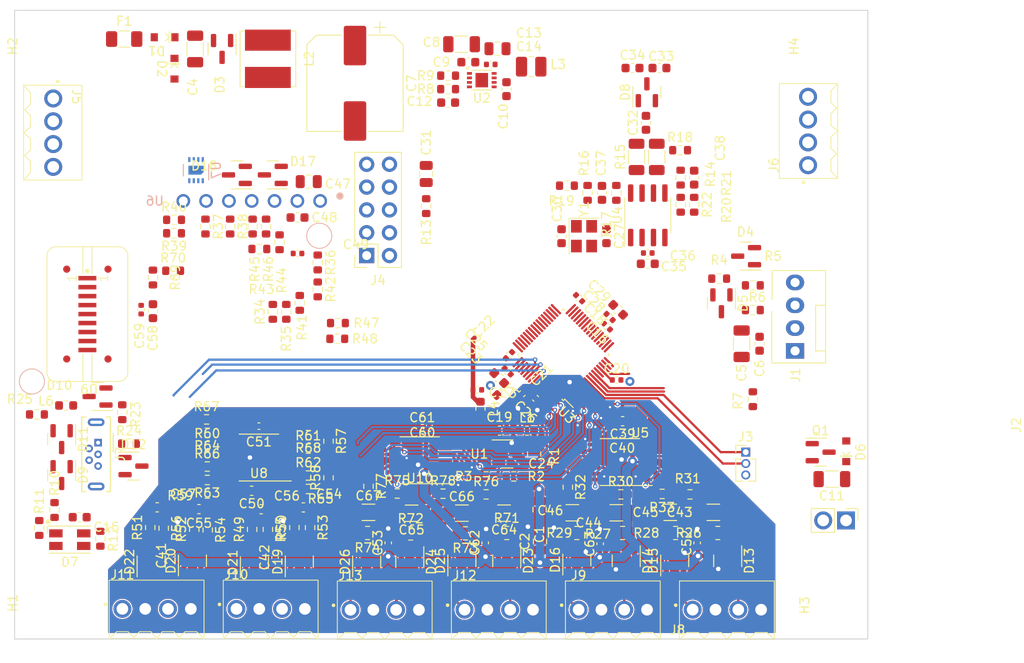
<source format=kicad_pcb>
(kicad_pcb (version 20211014) (generator pcbnew)
  (layers (0 "F.Cu" signal) (1 "In1.Cu" signal) (2 "In2.Cu" signal) (31 "B.Cu" signal) (34 "B.Paste" user) (35 "F.Paste" user) (36 "B.SilkS" user "B.Silkscreen") (37 "F.SilkS" user "F.Silkscreen") (38 "B.Mask" user) (39 "F.Mask" user) (44 "Edge.Cuts" user))
  (net 0 "")
  (net 1 "+1V8")
  (net 2 "GNDA")
  (net 3 "VBUS")
  (net 4 "GND")
  (net 5 "Net-(C7-Pad1)")
  (net 6 "Net-(C10-Pad1)")
  (net 7 "+3V3")
  (net 8 "Net-(C12-Pad2)")
  (net 9 "+3.3VA")
  (net 10 "Net-(C28-Pad1)")
  (net 11 "/MCU/nRESET")
  (net 12 "/CANbus/SPLIT")
  (net 13 "/CANbus/CAN_L{slash}GRN")
  (net 14 "/CANbus/CAN_H{slash}YEL")
  (net 15 "Net-(D1-Pad2)")
  (net 16 "/Power/V_USB")
  (net 17 "/MCU/FAN_PWM_CTRL")
  (net 18 "/MCU/FAN_TACH")
  (net 19 "Net-(D6-Pad2)")
  (net 20 "/MCU/USB_OTG_ID")
  (net 21 "/MCU/USB_VBUS")
  (net 22 "Net-(D11-Pad1)")
  (net 23 "Net-(D12-Pad1)")
  (net 24 "Net-(D17-Pad1)")
  (net 27 "Net-(D18-Pad1)")
  (net 30 "Net-(D19-Pad1)")
  (net 31 "Net-(D20-Pad1)")
  (net 32 "Net-(D21-Pad1)")
  (net 33 "Net-(D22-Pad1)")
  (net 34 "/CANbus/V+{slash}RED")
  (net 35 "Net-(J1-Pad3)")
  (net 36 "Net-(J1-Pad4)")
  (net 37 "Net-(J3-Pad1)")
  (net 38 "Net-(J3-Pad2)")
  (net 41 "/MCU/ICE_DAT")
  (net 43 "/MCU/ICE_CLK")
  (net 44 "/MCU/UART0_TX")
  (net 45 "/MCU/UART0_RX")
  (net 46 "Net-(J7-Pad6)")
  (net 47 "Net-(L1-Pad2)")
  (net 48 "Net-(L3-Pad1)")
  (net 49 "Net-(Q1-Pad1)")
  (net 50 "Net-(R2-Pad2)")
  (net 51 "/MCU/POWER_OUT")
  (net 52 "Net-(R10-Pad1)")
  (net 53 "Net-(R11-Pad1)")
  (net 54 "Net-(R12-Pad1)")
  (net 55 "/CANbus/CAN_PIN8")
  (net 56 "/CANbus/CAN_PIN5")
  (net 57 "/MCU/USB_D+")
  (net 58 "/MCU/USB_D-")
  (net 59 "Net-(R30-Pad1)")
  (net 60 "Net-(R31-Pad1)")
  (net 61 "Net-(R32-Pad1)")
  (net 62 "Net-(R33-Pad1)")
  (net 63 "Net-(R34-Pad2)")
  (net 64 "Net-(R36-Pad2)")
  (net 65 "Net-(R37-Pad1)")
  (net 66 "/MCU/CO2_PWM")
  (net 67 "Net-(R38-Pad1)")
  (net 68 "/MCU/CO2_RDY")
  (net 69 "Net-(R39-Pad2)")
  (net 70 "Net-(R41-Pad1)")
  (net 71 "/MCU/HUMIDITY_ALERT")
  (net 72 "/MCU/PERIPHERAL_RESET")
  (net 73 "/MCU/I2C_SCL")
  (net 74 "/MCU/I2C_SDA")
  (net 75 "Net-(R57-Pad2)")
  (net 76 "Net-(R58-Pad2)")
  (net 77 "Net-(R59-Pad2)")
  (net 78 "Net-(R60-Pad2)")
  (net 87 "/CANbus/CAN_TX")
  (net 88 "/CANbus/CAN_RX")
  (net 89 "/MCU/SCREEN_SS")
  (net 90 "/MCU/SCREEN_CLK")
  (net 91 "/MCU/SCREEN_COMMAND{slash}DATA")
  (net 92 "/MCU/SCREEN_MOSI")
  (net 97 "Net-(D7-Pad2)")
  (net 98 "Net-(D7-Pad3)")
  (net 99 "Net-(D7-Pad4)")
  (net 100 "/ADC0")
  (net 101 "/ADC9")
  (net 102 "/ADC10")
  (net 103 "/ADC11")
  (net 104 "/ADC8")
  (net 105 "/ADC6")
  (net 106 "/ADC5")
  (net 107 "/ADC4")
  (net 108 "/ADC3")
  (net 109 "/ADC2")
  (net 110 "/ADC1")
  (net 111 "/ADC7")
  (net 112 "Net-(C23-Pad2)")
  (net 113 "Net-(C27-Pad2)")
  (net 114 "Net-(C30-Pad1)")
  (net 115 "Net-(C37-Pad1)")
  (net 116 "Net-(C38-Pad1)")
  (net 117 "Net-(C43-Pad1)")
  (net 118 "Net-(C44-Pad1)")
  (net 119 "Net-(C45-Pad1)")
  (net 120 "Net-(C46-Pad1)")
  (net 121 "Net-(C54-Pad1)")
  (net 122 "Net-(C55-Pad1)")
  (net 123 "Net-(C56-Pad1)")
  (net 124 "Net-(C57-Pad1)")
  (net 125 "Net-(C64-Pad1)")
  (net 126 "Net-(C65-Pad1)")
  (net 127 "Net-(C66-Pad1)")
  (net 128 "Net-(C67-Pad1)")
  (net 129 "Net-(R61-Pad2)")
  (net 130 "Net-(R62-Pad2)")
  (net 131 "Net-(R63-Pad2)")
  (net 132 "Net-(R64-Pad2)")
  (net 133 "Net-(R69-Pad2)")
  (net 134 "Net-(R75-Pad1)")
  (net 135 "Net-(R76-Pad1)")
  (net 136 "Net-(R77-Pad1)")
  (net 137 "Net-(R78-Pad1)")
  (footprint "Capacitor_SMD:C_1206_3216Metric" (layer "F.Cu") (at 93 75.9)
    (fp_text reference "C45")
    (fp_text value "47 uF")
  )
  (footprint "Resistor_SMD:R_0603_1608Metric" (layer "F.Cu") (at 56 54.825)
    (fp_text reference "R47")
    (fp_text value "1.1 kΩ")
  )
  (footprint "Capacitor_SMD:C_1206_3216Metric" (layer "F.Cu") (at 59.4 75.9)
    (fp_text reference "C67")
    (fp_text value "47 uF")
  )
  (footprint "Resistor_SMD:R_0603_1608Metric" (layer "F.Cu") (at 62.6 73.8)
    (fp_text reference "R75")
    (fp_text value "100 Ω")
  )
  (footprint "Capacitor_SMD:C_0402_1005Metric" (layer "F.Cu") (at 71.52 62.26)
    (fp_text reference "C17")
    (fp_text value "100 nF")
  )
  (footprint "Resistor_SMD:R_0603_1608Metric" (layer "F.Cu") (at 41.45 73.8 180)
    (fp_text reference "R59")
    (fp_text value "1 kΩ")
  )
  (footprint "Resistor_SMD:R_0603_1608Metric" (layer "F.Cu") (at 95.2 73.9)
    (fp_text reference "R31")
    (fp_text value "100 Ω")
  )
  (footprint "Resistor_SMD:R_0603_1608Metric" (layer "F.Cu") (at 52.7 67.3 180)
    (fp_text reference "R68")
    (fp_text value "47 kΩ")
  )
  (footprint "Connector_PinHeader_1.27mm:PinHeader_1x03_P1.27mm_Vertical" (layer "F.Cu") (at 101.41 69.195)
    (fp_text reference "J3")
    (fp_text value "Conn_01x03")
  )
  (footprint "Capacitor_SMD:C_0402_1005Metric" (layer "F.Cu") (at 61.6 79.3 90)
    (fp_text reference "C53")
    (fp_text value "100 nF")
  )
  (footprint "Resistor_SMD:R_0603_1608Metric" (layer "F.Cu") (at 65.83 41.8 90)
    (fp_text reference "R13")
    (fp_text value "10 kΩ")
  )
  (footprint "Capacitor_SMD:C_0402_1005Metric" (layer "F.Cu") (at 65.4 66.8 180)
    (fp_text reference "C61")
    (fp_text value "100 nF")
  )
  (footprint "Resistor_SMD:R_0603_1608Metric" (layer "F.Cu") (at 59.4 73 -90)
    (fp_text reference "R77")
    (fp_text value "100 Ω")
  )
  (footprint "Capacitor_SMD:CP_Elec_10x10.5" (layer "F.Cu") (at 57.9 28.125 -90)
    (fp_text reference "C7")
    (fp_text value "220 uF")
  )
  (footprint "Package_TO_SOT_SMD:SOT-23" (layer "F.Cu") (at 59.2 81.4 90)
    (fp_text reference "D26")
    (fp_text value "CM1213A-01SO")
  )
  (footprint "Resistor_SMD:R_0603_1608Metric" (layer "F.Cu") (at 48.2 77.8 -90)
    (fp_text reference "R55")
    (fp_text value "Ω")
  )
  (footprint "Resistor_SMD:R_0603_1608Metric" (layer "F.Cu") (at 102.2 50.625)
    (fp_text reference "R5")
    (fp_text value "10 kΩ")
  )
  (footprint "Capacitor_SMD:C_0402_1005Metric" (layer "F.Cu") (at 96 79.3 90)
    (fp_text reference "C52")
    (fp_text value "100 nF")
  )
  (footprint "Capacitor_SMD:C_0603_1608Metric" (layer "F.Cu") (at 102.95 57.125 -90)
    (fp_text reference "C6")
    (fp_text value "100 nF")
  )
  (footprint "Resistor_SMD:R_1206_3216Metric" (layer "F.Cu") (at 91.5 36.325 90)
    (fp_text reference "R14")
    (fp_text value "59Ω-62Ω")
  )
  (footprint "Package_TO_SOT_SMD:SOT-23" (layer "F.Cu") (at 88.1 81.3 -90)
    (fp_text reference "D14")
    (fp_text value "CM1213A-01SO")
  )
  (footprint "Package_TO_SOT_SMD:SOT-23" (layer "F.Cu") (at 48.75 38.325 180)
    (fp_text reference "D17")
    (fp_text value "CM1213A-01SO")
  )
  (footprint "Capacitor_SMD:C_0805_2012Metric" (layer "F.Cu") (at 73.7675 24.275 180)
    (fp_text reference "C13")
    (fp_text value "10 uF")
  )
  (footprint "MountingHole:MountingHole_3.2mm_M3" (layer "F.Cu") (at 111 24 90)
    (fp_text reference "H4")
    (fp_text value "MountingHole")
  )
  (footprint "Resistor_SMD:R_0603_1608Metric" (layer "F.Cu") (at 54.95 72.05 90)
    (fp_text reference "R58")
    (fp_text value "1 kΩ")
  )
  (footprint "Capacitor_SMD:C_0603_1608Metric" (layer "F.Cu") (at 74 66.8 180)
    (fp_text reference "C19")
    (fp_text value "1 uF")
  )
  (footprint "Package_TO_SOT_SMD:SOT-23" (layer "F.Cu") (at 44.75 38.325 180)
    (fp_text reference "D18")
    (fp_text value "CM1213A-01SO")
  )
  (footprint "Fuse:Fuse_1206_3216Metric" (layer "F.Cu") (at 32.2 23.2 180)
    (fp_text reference "F1")
    (fp_text value "PPTC, 50-500mA, 60V")
  )
  (footprint "Package_TO_SOT_SMD:SOT-23" (layer "F.Cu") (at 74.8 81.3 -90)
    (fp_text reference "D23")
    (fp_text value "CM1213A-01SO")
  )
  (footprint "Capacitor_SMD:C_0603_1608Metric" (layer "F.Cu") (at 90.5 48.225 180)
    (fp_text reference "C35")
    (fp_text value "1 uF")
  )
  (footprint "Capacitor_SMD:C_1206_3216Metric" (layer "F.Cu") (at 64.2 76.0016 180)
    (fp_text reference "C65")
    (fp_text value "47 uF")
  )
  (footprint "Connector_PinHeader_2.54mm:PinHeader_1x02_P2.54mm_Vertical" (layer "F.Cu") (at 112.575 76.8 -90)
    (fp_text reference "J2")
    (fp_text value "Conn_01x02")
  )
  (footprint "CAN-Acquisition-Module:OSTVN04A150" (layer "F.Cu") (at 108.35 33.43929 90)
    (fp_text reference "J6")
    (fp_text value "OSTVN04A150")
  )
  (footprint "Capacitor_SMD:C_0603_1608Metric" (layer "F.Cu") (at 52.15 75.35)
    (fp_text reference "C54")
    (fp_text value "1 uF")
  )
  (footprint "Capacitor_SMD:C_0603_1608Metric" (layer "F.Cu") (at 95.665 38.63 90)
    (fp_text reference "C38")
    (fp_text value "F")
  )
  (footprint "Capacitor_SMD:C_0402_1005Metric" (layer "F.Cu") (at 72.4 79.3 90)
    (fp_text reference "C62")
    (fp_text value "100 nF")
  )
  (footprint "Capacitor_SMD:C_0603_1608Metric" (layer "F.Cu") (at 35.875 75.34)
    (fp_text reference "C57")
    (fp_text value "1 uF")
  )
  (footprint "Capacitor_SMD:C_0402_1005Metric" (layer "F.Cu") (at 87.03 61.16)
    (fp_text reference "C20")
    (fp_text value "100 nF")
  )
  (footprint "Capacitor_SMD:C_0805_2012Metric" (layer "F.Cu") (at 78.45 75.6 -90)
    (fp_text reference "C1")
    (fp_text value "10 uF")
  )
  (footprint "CAN-Acquisition-Module:Toshiba_USC" (layer "F.Cu") (at 36.7 23 180)
    (fp_text reference "D1")
    (fp_text value "CUS05S40")
  )
  (footprint "Capacitor_SMD:C_0603_1608Metric" (layer "F.Cu") (at 35.4 53.5 -90)
    (fp_text reference "C58")
    (fp_text value "1 uF")
  )
  (footprint "Capacitor_SMD:C_0603_1608Metric" (layer "F.Cu") (at 85.4 40.325 -90)
    (fp_text reference "C37")
    (fp_text value "F")
  )
  (footprint "Package_TO_SOT_SMD:SOT-23" (layer "F.Cu") (at 25.235 71.75 -90)
    (fp_text reference "D9")
    (fp_text value "CM1213A-01SO")
  )
  (footprint "CAN-Acquisition-Module:Ablic_HSTN-8-A" (layer "F.Cu") (at 72.0175 27.775)
    (fp_text reference "U2")
    (fp_text value "S-8581AA")
  )
  (footprint "Capacitor_SMD:C_0402_1005Metric" (layer "F.Cu") (at 49 80.92 90)
    (fp_text reference "C42")
    (fp_text value "100 nF")
  )
  (footprint "Inductor_SMD:L_0603_1608Metric" (layer "F.Cu") (at 74.25 63.4 -45)
    (fp_text reference "L5")
    (fp_text value "Ferrite")
  )
  (footprint "Package_TO_SOT_SMD:SOT-23" (layer "F.Cu") (at 46.7 81.5 90)
    (fp_text reference "D21")
    (fp_text value "CM1213A-01SO")
  )
  (footprint "Package_TO_SOT_SMD:SOT-23" (layer "F.Cu") (at 33.235 70.75)
    (fp_text reference "D12")
    (fp_text value "CM1213A-01SO")
  )
  (footprint "Package_TO_SOT_SMD:SOT-23" (layer "F.Cu") (at 43.1 24.3 -90)
    (fp_text reference "D3")
    (fp_text value "PESD2CAN")
  )
  (footprint "Package_TO_SOT_SMD:SOT-23" (layer "F.Cu") (at 82.6 81.2 90)
    (fp_text reference "D16")
    (fp_text value "CM1213A-01SO")
  )
  (footprint "Resistor_SMD:R_0603_1608Metric" (layer "F.Cu") (at 67.7 73.8226)
    (fp_text reference "R78")
    (fp_text value "100 Ω")
  )
  (footprint "MountingHole:MountingHole_3.2mm_M3" (layer "F.Cu") (at 111 86 90)
    (fp_text reference "H3")
    (fp_text value "MountingHole")
  )
  (footprint "Capacitor_SMD:C_0402_1005Metric" (layer "F.Cu") (at 76.5 62.7 -135)
    (fp_text reference "C21")
    (fp_text value "100 nF")
  )
  (footprint "Capacitor_SMD:C_0402_1005Metric" (layer "F.Cu") (at 85.2 79.4 90)
    (fp_text reference "C63")
    (fp_text value "100 nF")
  )
  (footprint "Capacitor_SMD:C_0603_1608Metric" (layer "F.Cu") (at 90.3 32.525 90)
    (fp_text reference "C32")
    (fp_text value "10 nF")
  )
  (footprint "Resistor_SMD:R_0603_1608Metric" (layer "F.Cu") (at 55.925 56.575)
    (fp_text reference "R48")
    (fp_text value "1.1 kΩ")
  )
  (footprint "Resistor_SMD:R_0603_1608Metric" (layer "F.Cu") (at 54.95 67.975 -90)
    (fp_text reference "R57")
    (fp_text value "1 kΩ")
  )
  (footprint "Resistor_SMD:R_0603_1608Metric" (layer "F.Cu") (at 46.45 77.8 90)
    (fp_text reference "R49")
    (fp_text value "10 kΩ")
  )
  (footprint "Inductor_SMD:L_0603_1608Metric" (layer "F.Cu") (at 25.735 64)
    (fp_text reference "L6")
    (fp_text value "Ferrite")
  )
  (footprint "Package_TO_SOT_SMD:SOT-23" (layer "F.Cu") (at 98.7 52.625 -90)
    (fp_text reference "D5")
    (fp_text value "CM1213A-01SO")
  )
  (footprint "Resistor_SMD:R_0603_1608Metric" (layer "F.Cu") (at 52.7 73.3 180)
    (fp_text reference "R65")
    (fp_text value "47 kΩ")
  )
  (footprint "Resistor_SMD:R_0603_1608Metric" (layer "F.Cu") (at 24.445 75.64 -90)
    (fp_text reference "R10")
    (fp_text value "300 Ω")
  )
  (footprint "Capacitor_SMD:C_0402_1005Metric" (layer "F.Cu") (at 87.65 67 180)
    (fp_text reference "C40")
    (fp_text value "100 nF")
  )
  (footprint "Capacitor_SMD:C_0603_1608Metric" (layer "F.Cu") (at 91.8 26.425 180)
    (fp_text reference "C33")
    (fp_text value "47 pF")
  )
  (footprint "Capacitor_SMD:C_0805_2012Metric" (layer "F.Cu") (at 78.5 79.15 90)
    (fp_text reference "C2")
    (fp_text value "10 uF")
  )
  (footprint "MountingHole:MountingHole_3.2mm_M3" (layer "F.Cu") (at 24 86 90)
    (fp_text reference "H1")
    (fp_text value "MountingHole")
  )
  (footprint "Package_TO_SOT_SMD:SOT-23" (layer "F.Cu") (at 29.235 63 180)
    (fp_text reference "D10")
    (fp_text value "CM1213A-01SO")
  )
  (footprint "CAN-Acquisition-Module:OSTVN04A150" (layer "F.Cu") (at 24.3 33.625 -90)
    (fp_text reference "J5")
    (fp_text value "OSTVN04A150")
  )
  (footprint "Resistor_SMD:R_0603_1608Metric" (layer "F.Cu") (at 31.985 64.75 90)
    (fp_text reference "R23")
    (fp_text value "10 kΩ")
  )
  (footprint "Capacitor_SMD:C_0402_1005Metric" (layer "F.Cu") (at 90.5 47.025 180)
    (fp_text reference "C36")
    (fp_text value "100 nF")
  )
  (footprint "Resistor_SMD:R_0603_1608Metric" (layer "F.Cu") (at 52.7 71.8)
    (fp_text reference "R62")
    (fp_text value "2 kΩ")
  )
  (footprint "Capacitor_SMD:C_0402_1005Metric" (layer "F.Cu") (at 74.9 60.2 -45)
    (fp_text reference "C25")
    (fp_text value "100 nF")
  )
  (footprint "Capacitor_SMD:C_0603_1608Metric" (layer "F.Cu") (at 74.7675 28.775 90)
    (fp_text reference "C10")
    (fp_text value "1 uF")
  )
  (footprint "CAN-Acquisition-Module:OSTVN04A150" (layer "F.Cu") (at 86.61 86.74)
    (fp_text reference "J9")
    (fp_text value "OSTVN04A150")
  )
  (footprint "Package_TO_SOT_SMD:SOT-23" (layer "F.Cu") (at 64 81.4 -90)
    (fp_text reference "D24")
    (fp_text value "CM1213A-01SO")
  )
  (footprint "Resistor_SMD:R_0603_1608Metric" (layer "F.Cu") (at 37.65 49)
    (fp_text reference "R70")
    (fp_text value "Ω")
  )
  (footprint "Resistor_SMD:R_0603_1608Metric" (layer "F.Cu") (at 95.665 41.65 -90)
    (fp_text reference "R22")
    (fp_text value "1 kΩ")
  )
  (footprint "CAN-Acquisition-Module:OSTVN04A150" (layer "F.Cu") (at 48.51 86.65)
    (fp_text reference "J10")
    (fp_text value "OSTVN04A150")
  )
  (footprint "Resistor_SMD:R_0603_1608Metric" (layer "F.Cu") (at 41.25 44.075 -90)
    (fp_text reference "R37")
    (fp_text value "Ω")
  )
  (footprint "CAN-Acquisition-Module:LED_RGB_Wuerth-PLCC4_3.2x2.8mm_150141M173100" (layer "F.Cu") (at 26.145 78.94)
    (fp_text reference "D7")
    (fp_text value "LED_ABRG")
  )
  (footprint "Package_SO:TSSOP-14_4.4x5mm_P0.65mm" (layer "F.Cu") (at 65.1 70.1 180)
    (fp_text reference "U10")
    (fp_text value "BD12734FVJ-E2")
  )
  (footprint "Capacitor_SMD:C_0603_1608Metric" (layer "F.Cu") (at 70.5175 25.775)
    (fp_text reference "C9")
    (fp_text value "100 nF")
  )
  (footprint "Resistor_SMD:R_0603_1608Metric" (layer "F.Cu") (at 102.2 53.375)
    (fp_text reference "R6")
    (fp_text value "10 kΩ")
  )
  (footprint "Resistor_SMD:R_0805_2012Metric" (layer "F.Cu") (at 77.85 69.4 90)
    (fp_text reference "R1")
    (fp_text value "100 Ω")
  )
  (footprint "Capacitor_SMD:C_0603_1608Metric" (layer "F.Cu") (at 88.8 26.425)
    (fp_text reference "C34")
    (fp_text value "47 pF")
  )
  (footprint "Resistor_SMD:R_0805_2012Metric" (layer "F.Cu") (at 64.1 78.2516)
    (fp_text reference "R72")
    (fp_text value "6.2 kΩ")
  )
  (footprint "Package_SO:TSSOP-14_4.4x5mm_P0.65mm" (layer "F.Cu") (at 87.4 70.3 180)
    (fp_text reference "U5")
    (fp_text value "BD12734FVJ-E2")
  )
  (footprint "Capacitor_SMD:C_0805_2012Metric" (layer "F.Cu") (at 52.75 39.075 180)
    (fp_text reference "C47")
    (fp_text value "10 uF")
  )
  (footprint "Resistor_SMD:R_0805_2012Metric" (layer "F.Cu") (at 74.8 78.2)
    (fp_text reference "R71")
    (fp_text value "6.2 kΩ")
  )
  (footprint "Resistor_SMD:R_0603_1608Metric" (layer "F.Cu") (at 102.2 63.3 -90)
    (fp_text reference "R7")
    (fp_text value "10 kΩ")
  )
  (footprint "Capacitor_SMD:C_0603_1608Metric" (layer "F.Cu") (at 73.95 60.95 -45)
    (fp_text reference "C23")
    (fp_text value "1 uF")
  )
  (footprint "Connector_PinSocket_2.54mm:PinSocket_2x05_P2.54mm_Vertical" (layer "F.Cu") (at 59.2 47.305 180)
    (fp_text reference "J4")
    (fp_text value "Conn_02x05_Odd_Even")
  )
  (footprint "Capacitor_SMD:C_0402_1005Metric" (layer "F.Cu") (at 73.0175 26.025 180)
    (fp_text reference "C14")
    (fp_text value "100 nF")
  )
  (footprint "Package_TO_SOT_SMD:SOT-23" (layer "F.Cu") (at 90.4 29.125 90)
    (fp_text reference "D8")
    (fp_text value "PESD2CAN")
  )
  (footprint "Package_SO:SOIC-8_3.9x4.9mm_P1.27mm" (layer "F.Cu") (at 90.5 42.825 90)
    (fp_text reference "U4")
    (fp_text value "SN65HVD234")
  )
  (footprint "CAN-Acquisition-Module:OSTVN04A150" (layer "F.Cu") (at 99.31 86.74)
    (fp_text reference "J8")
    (fp_text value "OSTVN04A150")
  )
  (footprint "Resistor_SMD:R_0603_1608Metric" (layer "F.Cu") (at 41.45 68.55)
    (fp_text reference "R60")
    (fp_text value "1 kΩ")
  )
  (footprint "Resistor_SMD:R_0603_1608Metric" (layer "F.Cu") (at 41.375 65.55)
    (fp_text reference "R67")
    (fp_text value "47 kΩ")
  )
  (footprint "Resistor_SMD:R_0603_1608Metric" (layer "F.Cu") (at 81.5 39.525 180)
    (fp_text reference "R19")
    (fp_text value "Ω")
  )
  (footprint "Resistor_SMD:R_0603_1608Metric" (layer "F.Cu") (at 47.25 46.575)
    (fp_text reference "R43")
    (fp_text value "Ω")
  )
  (footprint "CAN-Acquisition-Module:GCT-USB3131-30-0230-A" (layer "F.Cu") (at 29.295 68.14 -90)
    (fp_text reference "J7")
    (fp_text value "USB_B_Micro")
  )
  (footprint "Capacitor_SMD:C_1206_3216Metric" (layer "F.Cu") (at 87 75.95 180)
    (fp_text reference "C44")
    (fp_text value "47 uF")
  )
  (footprint "Inductor_SMD:L_1008_2520Metric" (layer "F.Cu") (at 77.5175 26.275)
    (fp_text reference "L3")
    (fp_text value "4.7 uH")
  )
  (footprint "Package_TO_SOT_SMD:SOT-23" (layer "F.Cu") (at 74.85 69.4)
    (fp_text reference "U1")
    (fp_text value "TL431DBZ")
  )
  (footprint "Inductor_SMD:L_0603_1608Metric" (layer "F.Cu") (at 77.05 66.8)
    (fp_text reference "L1")
    (fp_text value "Ferrite")
  )
  (footprint "Capacitor_SMD:C_1206_3216Metric" (layer "F.Cu") (at 40.1 24.3 -90)
    (fp_text reference "C4")
    (fp_text value "4.7 uF")
  )
  (footprint "Capacitor_SMD:C_0402_1005Metric" (layer "F.Cu") (at 78 63.2 -45)
    (fp_text reference "C26")
    (fp_text value "100 nF")
  )
  (footprint "Capacitor_SMD:C_1206_3216Metric" (layer "F.Cu") (at 82.1 75.95)
    (fp_text reference "C46")
    (fp_text value "47 uF")
  )
  (footprint "Resistor_SMD:R_0805_2012Metric" (layer "F.Cu") (at 82.6 78.2 180)
    (fp_text reference "R29")
    (fp_text value "6.2 kΩ")
  )
  (footprint "Resistor_SMD:R_0603_1608Metric" (layer "F.Cu") (at 81.6 73.1 -90)
    (fp_text reference "R32")
    (fp_text value "100 Ω")
  )
  (footprint "Connector:FanPinHeader_1x04_P2.54mm_Vertical" (layer "F.Cu") (at 106.9 57.925 90)
    (fp_text reference "J1")
    (fp_text value "Conn_01x04")
  )
  (footprint "CAN-Acquisition-Module:ERC13232FN-1" (layer "F.Cu") (at 28.6 61.325 90)
    (fp_text reference "U9")
    (fp_text value "ERC13232FN-1")
  )
  (footprint "Resistor_SMD:R_0603_1608Metric" (layer "F.Cu") (at 75.575 71.9 180)
    (fp_text reference "R2")
    (fp_text value "6.8 kΩ")
  )
  (footprint "Resistor_SMD:R_0603_1608Metric" (layer "F.Cu") (at 46.5 44.075 90)
    (fp_text reference "R45")
    (fp_text value "0 Ω")
  )
  (footprint "Resistor_SMD:R_0805_2012Metric" (layer "F.Cu") (at 98.3 78.2)
    (fp_text reference "R26")
    (fp_text value "6.2 kΩ")
  )
  (footprint "Resistor_SMD:R_0603_1608Metric" (layer "F.Cu") (at 72.5 71.9 180)
    (fp_text reference "R3")
    (fp_text value "15 kΩ")
  )
  (footprint "Resistor_SMD:R_0603_1608Metric" (layer "F.Cu") (at 92.1 73.85 180)
    (fp_text reference "R33")
    (fp_text value "100 Ω")
  )
  (footprint "Resistor_SMD:R_0603_1608Metric" (layer "F.Cu") (at 87.5 73.9)
    (fp_text reference "R30")
    (fp_text value "100 Ω")
  )
  (footprint "Capacitor_SMD:C_0603_1608Metric" (layer "F.Cu") (at 80.9 45.15 -90)
    (fp_text reference "C30")
    (fp_text value "20 pF")
  )
  (footprint "Resistor_SMD:R_0603_1608Metric" (layer "F.Cu") (at 32.735 68.25)
    (fp_text reference "R24")
    (fp_text value "27 Ω")
  )
  (footprint "Resistor_SMD:R_0603_1608Metric" (layer "F.Cu") (at 72.5 73.9)
    (fp_text reference "R76")
    (fp_text value "100 Ω")
  )
  (footprint "Package_TO_SOT_SMD:SOT-23" (layer "F.Cu") (at 35.2 81.4 90)
    (fp_text reference "D22")
    (fp_text value "CM1213A-01SO")
  )
  (footprint "Resistor_SMD:R_0603_1608Metric" (layer "F.Cu") (at 53.75 51.075 -90)
    (fp_text reference "R42")
    (fp_text value "Ω")
  )
  (footprint "Resistor_SMD:R_0603_1608Metric" (layer "F.Cu") (at 51.75 52.575 -90)
    (fp_text reference "R41")
    (fp_text value "Ω")
  )
  (footprint "Resistor_SMD:R_0603_1608Metric" (layer "F.Cu") (at 48.75 53.575 90)
    (fp_text reference "R34")
    (fp_text value "Ω")
  )
  (footprint "Resistor_SMD:R_0603_1608Metric" (layer "F.Cu") (at 41.45 72.3 180)
    (fp_text reference "R63")
    (fp_text value "2 kΩ")
  )
  (footprint "Package_SO:TSSOP-14_4.4x5mm_P0.65mm" (layer "F.Cu") (at 47.2 69.8 180)
    (fp_text reference "U8")
    (fp_text value "OPA4317IPWR")
  )
  (footprint "CAN-Acquisition-Module:OSTVN04A150" (layer "F.Cu") (at 73.91 86.74)
    (fp_text reference "J12")
    (fp_text value "OSTVN04A150")
  )
  (footprint "Package_TO_SOT_SMD:SOT-23" (layer "F.Cu") (at 99.4 81.3 -90)
    (fp_text reference "D13")
    (fp_text value "CM1213A-01SO")
  )
  (footprint "Resistor_SMD:R_0603_1608Metric" (layer "F.Cu") (at 83.8 40.325 90)
    (fp_text reference "R16")
    (fp_text value "Ω")
  )
  (footprint "MountingHole:MountingHole_3.2mm_M3" (layer "F.Cu") (at 24 24 90)
    (fp_text reference "H2")
    (fp_text value "MountingHole")
  )
  (footprint "Capacitor_SMD:C_0402_1005Metric" (layer "F.Cu") (at 51.5 47.075 180)
    (fp_text reference "C49")
    (fp_text value "100 nF")
  )
  (footprint "Capacitor_SMD:C_1206_3216Metric" (layer "F.Cu") (at 111 72.2 180)
    (fp_text reference "C11")
    (fp_text value "4.7 uF")
  )
  (footprint "Capacitor_SMD:C_0402_1005Metric" (layer "F.Cu") (at 86.25 54.15 -45)
    (fp_text reference "C28")
    (fp_text value "100 nF")
  )
  (footprint "Resistor_SMD:R_0603_1608Metric" (layer "F.Cu") (at 52.7 68.8)
    (fp_text reference "R61")
    (fp_text value "2 kΩ")
  )
  (footprint "Package_TO_SOT_SMD:SOT-23" (layer "F.Cu") (at 101.45 47.375 180)
    (fp_text reference "D4")
    (fp_text value "CM1213A-01SO")
  )
  (footprint "Resistor_SMD:R_0603_1608Metric" (layer "F.Cu") (at 41.45 67.05 180)
    (fp_text reference "R64")
    (fp_text value "2 kΩ")
  )
  (footprint "Capacitor_SMD:C_0402_1005Metric" (layer "F.Cu") (at 75.05 58.4 -135)
    (fp_text reference "C22")
    (fp_text value "100 nF")
  )
  (footprint "Capacitor_SMD:C_0603_1608Metric" (layer "F.Cu") (at 65.4 65.6 180)
    (fp_text reference "C60")
    (fp_text value "1 uF")
  )
  (footprint "Capacitor_SMD:C_1206_3216Metric" (layer "F.Cu") (at 74.5 75.99 180)
    (fp_text reference "C64")
    (fp_text value "47 uF")
  )
  (footprint "Resistor_SMD:R_0603_1608Metric" (layer "F.Cu") (at 41.45 70.8)
    (fp_text reference "R66")
    (fp_text value "47 kΩ")
  )
  (footprint "CAN-Acquisition-Module:OSTVN04A150" (layer "F.Cu") (at 61.21 86.7516)
    (fp_text reference "J13")
    (fp_text value "OSTVN04A150")
  )
  (footprint "Resistor_SMD:R_0603_1608Metric" (layer "F.Cu") (at 41.5 77.865 -90)
    (fp_text reference "R54")
    (fp_text value "Ω")
  )
  (footprint "Resistor_SMD:R_0603_1608Metric" (layer "F.Cu") (at 35.4 49.75 90)
    (fp_text reference "R69")
    (fp_text value "10 kΩ")
  )
  (footprint "Capacitor_SMD:C_0603_1608Metric" (layer "F.Cu") (at 46.4 73.5 180)
    (fp_text reference "C50")
    (fp_text value "1 uF")
  )
  (footprint "Resistor_SMD:R_0603_1608Metric" (layer "F.Cu") (at 29.545 78.84 -90)
    (fp_text reference "R12")
    (fp_text value "120 Ω")
  )
  (footprint "Resistor_SMD:R_0603_1608Metric" (layer "F.Cu") (at 22.745 77.64 -90)
    (fp_text reference "R11")
    (fp_text value "120 Ω")
  )
  (footprint "Resistor_SMD:R_0603_1608Metric" (layer "F.Cu") (at 94.165 41.65 90)
    (fp_text reference "R20")
    (fp_text value "Ω")
  )
  (footprint "Capacitor_SMD:C_0603_1608Metric" (layer "F.Cu") (at 47.45 75.55)
    (fp_text reference "C56")
    (fp_text value "1 uF")
  )
  (footprint "Resistor_SMD:R_0603_1608Metric" (layer "F.Cu") (at 50.25 53.575 -90)
    (fp_text reference "R35")
    (fp_text value "0 Ω")
  )
  (footprint "Resistor_SMD:R_0603_1608Metric" (layer "F.Cu") (at 53.75 48.075 -90)
    (fp_text reference "R36")
    (fp_text value "10 kΩ")
  )
  (footprint "Resistor_SMD:R_0603_1608Metric" (layer "F.Cu") (at 94.1 35.575)
    (fp_text reference "R18")
    (fp_text value "Ω")
  )
  (footprint "Capacitor_SMD:C_0603_1608Metric" (layer "F.Cu") (at 51.5 43.075 180)
    (fp_text reference "C48")
    (fp_text value "1 uF")
  )
  (footprint "Resistor_SMD:R_0603_1608Metric" (layer "F.Cu") (at 48 44.075 90)
    (fp_text reference "R46")
    (fp_text value "Ω")
  )
  (footprint "Package_TO_SOT_SMD:SOT-23" (layer "F.Cu") (at 109.75 69.2)
    (fp_text reference "Q1")
    (fp_text value "SI2318A")
  )
  (footprint "Capacitor_SMD:C_1206_3216Metric" (layer "F.Cu") (at 69.8 75.99)
    (fp_text reference "C66")
    (fp_text value "47 uF")
  )
  (footprint "Resistor_SMD:R_0603_1608Metric" (layer "F.Cu") (at 87 40.325 -90)
    (fp_text reference "R17")
    (fp_text value "22 kΩ")
  )
  (footprint "Resistor_SMD:R_0603_1608Metric" (layer "F.Cu") (at 22.485 65 180)
    (fp_text reference "R25")
    (fp_text value "27 Ω")
  )
  (footprint "Capacitor_SMD:C_0603_1608Metric" (layer "F.Cu") (at 87.7 65.75 180)
    (fp_text reference "C39")
    (fp_text value "1 uF")
  )
  (footprint "Resistor_SMD:R_0805_2012Metric" (layer "F.Cu") (at 93.6 78.2 180)
    (fp_text reference "R28")
    (fp_text value "6.2 kΩ")
  )
  (footprint "Resistor_SMD:R_0603_1608Metric" (layer "F.Cu") (at 52.9 77.6 -90)
    (fp_text reference "R53")
    (fp_text value "Ω")
  )
  (footprint "Capacitor_SMD:C_0603_1608Metric" (layer "F.Cu") (at 40.525 75.54)
    (fp_text reference "C55")
    (fp_text value "1 uF")
  )
  (footprint "Resistor_SMD:R_0603_1608Metric" (layer "F.Cu") (at 49.5 45.825 -90)
    (fp_text reference "R44")
    (fp_text value "0 Ω")
  )
  (footprint "Capacitor_SMD:C_0805_2012Metric" (layer "F.Cu") (at 65.83 38.225 90)
    (fp_text reference "C31")
    (fp_text value "10 uF")
  )
  (footprint "Resistor_SMD:R_0603_1608Metric" (layer "F.Cu") (at 36.6 77.665 -90)
    (fp_text reference "R56")
    (fp_text value "Ω")
  )
  (footprint "Resistor_SMD:R_0603_1608Metric" (layer "F.Cu") (at 94.155 38.63 90)
    (fp_text reference "R21")
    (fp_text value "Ω")
  )
  (footprint "Resistor_SMD:R_0603_1608Metric" (layer "F.Cu") (at 98.45 49.875 180)
    (fp_text reference "R4")
    (fp_text value "Ω")
  )
  (footprint "CAN-Acquisition-Module:Toshiba_USC" (layer "F.Cu") (at 37.8 26.5 -90)
    (fp_text reference "D2")
    (fp_text value "CUS05S40")
  )
  (footprint "Resistor_SMD:R_0603_1608Metric" (layer "F.Cu") (at 40 77.79 90)
    (fp_text reference "R52")
    (fp_text value "10 kΩ")
  )
  (footprint "CAN-Acquisition-Module:Toshiba_USC" (layer "F.Cu") (at 112.6 69.1 90)
    (fp_text reference "D6")
    (fp_text value "CUS05S40")
  )
  (footprint "CAN-Acquisition-Module:OSTVN04A150" (layer "F.Cu") (at 35.81 86.65)
    (fp_text reference "J11")
    (fp_text value "OSTVN04A150")
  )
  (footprint "Resistor_SMD:R_0603_1608Metric" (layer "F.Cu") (at 37.75 43.325)
    (fp_text reference "R40")
    (fp_text value "0 Ω")
  )
  (footprint "Resistor_SMD:R_0603_1608Metric" (layer "F.Cu") (at 68.2675 27.275 180)
    (fp_text reference "R9")
    (fp_text value "15 kΩ")
  )
  (footprint "Resistor_SMD:R_0603_1608Metric" (layer "F.Cu") (at 35.1 77.59 90)
    (fp_text reference "R51")
    (fp_text value "10 kΩ")
  )
  (footprint "Resistor_SMD:R_0603_1608Metric" (layer "F.Cu") (at 68.2675 28.775)
    (fp_text reference "R8")
    (fp_text value "47 kΩ")
  )
  (footprint "Capacitor_SMD:C_0603_1608Metric" (layer "F.Cu") (at 85.9 45.15 -90)
    (fp_text reference "C27")
    (fp_text value "20 pF")
  )
  (footprint "Capacitor_SMD:C_0603_1608Metric" (layer "F.Cu") (at 68.2675 30.275)
    (fp_text reference "C12")
    (fp_text value "33 pF")
  )
  (footprint "Capacitor_SMD:C_1206_3216Metric" (layer "F.Cu") (at 69.7675 23.775)
    (fp_text reference "C8")
    (fp_text value "4.7 uF")
  )
  (footprint "Capacitor_SMD:C_0402_1005Metric" (layer "F.Cu") (at 34.09 53.33 -90)
    (fp_text reference "C59")
    (fp_text value "100 nF")
  )
  (footprint "Crystal:Crystal_SMD_3225-4Pin_3.2x2.5mm" (layer "F.Cu") (at 83.4 45.15 -90)
    (fp_text reference "Y1")
    (fp_text value "12 MHz")
  )
  (footprint "Capacitor_SMD:C_1206_3216Metric" (layer "F.Cu") (at 97.8 75.9 180)
    (fp_text reference "C43")
    (fp_text value "47 uF")
  )
  (footprint "Capacitor_SMD:C_0402_1005Metric" (layer "F.Cu") (at 37.5 80.72 90)
    (fp_text reference "C41")
    (fp_text value "100 nF")
  )
  (footprint "Resistor_SMD:R_0603_1608Metric" (layer "F.Cu") (at 51.15 77.6 90)
    (fp_text reference "R50")
    (fp_text value "10 kΩ")
  )
  (footprint "Inductor_SMD:L_0603_1608Metric" (layer "F.Cu") (at 71.87 64.37 -90)
    (fp_text reference "L4")
    (fp_text value "Ferrite")
  )
  (footprint "Resistor_SMD:R_0805_2012Metric" (layer "F.Cu") (at 87.7 78.2)
    (fp_text reference "R27")
    (fp_text value "6.2 kΩ")
  )
  (footprint "Resistor_SMD:R_1206_3216Metric" (layer "F.Cu") (at 89.25 36.325 90)
    (fp_text reference "R15")
    (fp_text value "59Ω-62Ω")
  )
  (footprint "Package_TO_SOT_SMD:SOT-23" (layer "F.Cu") (at 51.7 81.4 90)
    (fp_text reference "D19")
    (fp_text value "CM1213A-01SO")
  )
  (footprint "Capacitor_SMD:C_1206_3216Metric" (layer "F.Cu") (at 100.95 57.125 -90)
    (fp_text reference "C5")
    (fp_text value "4.7 uF")
  )
  (footprint "Resistor_SMD:R_0805_2012Metric" (layer "F.Cu") (at 59.3 78.2 180)
    (fp_text reference "R74")
    (fp_text value "6.2 kΩ")
  )
  (footprint "Capacitor_SMD:C_0603_1608Metric" (layer "F.Cu") (at 78.6375 71.9)
    (fp_text reference "C24")
    (fp_text value "1 uF")
  )
  (footprint "Capacitor_SMD:C_0402_1005Metric" (layer "F.Cu") (at 47.2 66.3 180)
    (fp_text reference "C51")
    (fp_text value "100 nF")
  )
  (footprint "Resistor_SMD:R_0603_1608Metric" (layer "F.Cu") (at 37.75 44.825 180)
    (fp_text reference "R39")
    (fp_text value "Ω")
  )
  (footprint "Capacitor_SMD:C_0603_1608Metric" (layer "F.Cu") (at 27.245 76.44 180)
    (fp_text reference "C15")
    (fp_text value "1 uF")
  )
  (footprint "Package_TO_SOT_SMD:SOT-23" (layer "F.Cu") (at 69.8 81.3 90)
    (fp_text reference "D25")
    (fp_text value "CM1213A-01SO")
  )
  (footprint "Package_TO_SOT_SMD:SOT-23" (layer "F.Cu") (at 39.8 81.3 90)
    (fp_text reference "D20")
    (fp_text value "CM1213A-01SO")
  )
  (footprint "Capacitor_SMD:C_0402_1005Metric" (layer "F.Cu") (at 82.85 52.05 135)
    (fp_text reference "C18")
    (fp_text value "100 nF")
  )
  (footprint "Capacitor_SMD:C_0603_1608Metric" (layer "F.Cu") (at 87.2 53.35 -45)
    (fp_text reference "C29")
    (fp_text value "1 uF")
  )
  (footprint "Package_TO_SOT_SMD:SOT-23" (layer "F.Cu") (at 93.5 81.3 90)
    (fp_text reference "D15")
    (fp_text value "CM1213A-01SO")
  )
  (footprint "Capacitor_SMD:C_0402_1005Metric" (layer "F.Cu") (at 85.95 55.2 -45)
    (fp_text reference "C16")
    (fp_text value "100 nF")
  )
  (footprint "Resistor_SMD:R_0603_1608Metric" (layer "F.Cu") (at 44 44.075 -90)
    (fp_text reference "R38")
    (fp_text value "Ω")
  )
  (footprint "Package_QFP:LQFP-64_7x7mm_P0.4mm" (layer "F.Cu") (at 81.1 58.35 135)
    (fp_text reference "U3")
    (fp_text value "M483SGCAE")
  )
  (footprint "Resistor_SMD:R_0805_2012Metric" (layer "F.Cu") (at 70.2 78.24 180)
    (fp_text reference "R73")
    (fp_text value "6.2 kΩ")
  )
  (footprint "Inductor_SMD:L_Bourns_SRN6045TA" (layer "F.Cu") (at 48.2 25.4 -90)
    (fp_text reference "L2")
    (fp_text value "330 uF")
  )
  (footprint "Package_TO_SOT_SMD:SOT-23" (layer "F.Cu") (at 25.235 67.75 -90)
    (fp_text reference "D11")
    (fp_text value "CM1213A-01SO")
  )
  (footprint "CAN-Acquisition-Module:SCD30" (layer "B.Cu") (at 54.0223 41.225 180)
    (fp_text reference "U6")
    (fp_text value "SCD30")
  )
  (footprint "CAN-Acquisition-Module:Sensirion_DFN-8-1EP_2.5x2.5mm_P0.5mm_EP1.1x1.7mm" (layer "B.Cu") (at 40.2 37.8 90)
    (fp_text reference "U7")
    (fp_text value "SHT35-DIS")
  )
  (gr_rect locked (start 20 90) (end 115 20) (layer "Edge.Cuts") (width 0.1) (fill none))
  (segment (start 78.4 74.6) (end 78.45 74.65) (width 1) (layer "F.Cu") (net 1))
  (segment (start 96.1 79.95) (end 95.95 79.8) (width 0.5) (layer "F.Cu") (net 1))
  (segment (start 85.85 79.85) (end 86.7875 78.9125) (width 0.25) (layer "F.Cu") (net 1))
  (segment (start 65.8 66.88) (end 65.88 66.8) (width 0.5) (layer "F.Cu") (net 1))
  (segment (start 61.6 80.8875) (end 60.15 82.3375) (width 0.5) (layer "F.Cu") (net 1))
  (segment (start 88.8 70.2) (end 88.8 67.67) (width 0.5) (layer "F.Cu") (net 1))
  (segment (start 85.2 79.88) (end 84.43 79.88) (width 0.25) (layer "F.Cu") (net 1))
  (segment (start 65.8 70) (end 65.8 66.88) (width 0.5) (layer "F.Cu") (net 1))
  (segment (start 61.9375 80.4625) (end 63.05 80.4625) (width 0.5) (layer "F.Cu") (net 1))
  (segment (start 72.43 79.81) (end 72.4 79.78) (width 0.5) (layer "F.Cu") (net 1))
  (segment (start 73.8875 78.2) (end 73.8875 78.5725) (width 0.25) (layer "F.Cu") (net 1))
  (segment (start 65.8 71.4) (end 65.8 70) (width 0.5) (layer "F.Cu") (net 1))
  (segment (start 65.6 71.6) (end 65.8 71.4) (width 0.5) (layer "F.Cu") (net 1))
  (segment (start 61.6 79.78) (end 60.78 79.78) (width 0.25) (layer "F.Cu") (net 1))
  (segment (start 77.639411 62.860589) (end 77.45 63.05) (width 0.25) (layer "F.Cu") (net 1))
  (segment (start 65.9 70.1) (end 65.8 70) (width 0.25) (layer "F.Cu") (net 1))
  (segment (start 88.8 70.2) (end 88.9 70.3) (width 0.25) (layer "F.Cu") (net 1))
  (segment (start 79.25 66.7) (end 79.25 68.9125) (width 0.25) (layer "F.Cu") (net 1))
  (segment (start 77.45 63.05) (end 77.45 64.9) (width 0.25) (layer "F.Cu") (net 1))
  (segment (start 86.7875 78.9125) (end 86.7875 78.2) (width 0.25) (layer "F.Cu") (net 1))
  (segment (start 72.4 79.78) (end 71.41 79.78) (width 0.25) (layer "F.Cu") (net 1))
  (segment (start 98.45 80.3625) (end 97.3375 80.3625) (width 0.5) (layer "F.Cu") (net 1))
  (segment (start 61.6 80.8) (end 61.6 79.78) (width 0.5) (layer "F.Cu") (net 1))
  (segment (start 77.660589 62.860589) (end 77.639411 62.860589) (width 0.25) (layer "F.Cu") (net 1))
  (segment (start 78.4 73.3) (end 77.8625 72.7625) (width 1) (layer "F.Cu") (net 1))
  (segment (start 77.45 64.9) (end 79.25 66.7) (width 0.25) (layer "F.Cu") (net 1))
  (segment (start 94.6125 82.2375) (end 96.1 80.75) (width 0.5) (layer "F.Cu") (net 1))
  (segment (start 77.85 70.3125) (end 76.7 70.3125) (width 1) (layer "F.Cu") (net 1))
  (segment (start 76.7 70.3125) (end 75.7875 69.4) (width 1) (layer "F.Cu") (net 1))
  (segment (start 77.8625 72.7625) (end 77.8625 71.9) (width 1) (layer "F.Cu") (net 1))
  (segment (start 61.6 80.8) (end 61.9375 80.4625) (width 0.5) (layer "F.Cu") (net 1))
  (segment (start 97.3875 79.2125) (end 97.3875 78.2) (width 0.25) (layer "F.Cu") (net 1))
  (segment (start 78.5 80.1) (end 78.5 81.5) (width 1) (layer "F.Cu") (net 1))
  (segment (start 86.5875 80.3625) (end 86.05 80.9) (width 0.5) (layer "F.Cu") (net 1))
  (segment (start 71.1125 79.4825) (end 71.1125 78.24) (width 0.25) (layer "F.Cu") (net 1))
  (segment (start 88.13 67) (end 88.2 67) (width 0.25) (layer "F.Cu") (net 1))
  (segment (start 95.98 79.8) (end 96 79.78) (width 0.25) (layer "F.Cu") (net 1))
  (segment (start 73.85 80.3625) (end 72.9075 80.3625) (width 0.5) (layer "F.Cu") (net 1))
  (segment (start 61.82 79.78) (end 61.6 79.78) (width 0.25) (layer "F.Cu") (net 1))
  (segment (start 78.4 73.3) (end 78.4 74.6) (width 1) (layer "F.Cu") (net 1))
  (segment (start 94.45 82.2375) (end 94.6125 82.2375) (width 0.25) (layer "F.Cu") (net 1))
  (segment (start 67.9625 70.1) (end 65.9 70.1) (width 0.25) (layer "F.Cu") (net 1))
  (segment (start 77.660589 62.619411) (end 77.660589 62.860589) (width 0.25) (layer "F.Cu") (net 1))
  (segment (start 70.75 82.2375) (end 71.0325 82.2375) (width 0.5) (layer "F.Cu") (net 1))
  (segment (start 95.95 79.8) (end 95.98 79.8) (width 0.25) (layer "F.Cu") (net 1))
  (segment (start 78.572093 61.726435) (end 78.553565 61.726435) (width 0.25) (layer "F.Cu") (net 1))
  (segment (start 63.1875 78.2516) (end 63.1875 78.4125) (width 0.25) (layer "F.Cu") (net 1))
  (segment (start 96.82 79.78) (end 97.3875 79.2125) (width 0.25) (layer "F.Cu") (net 1))
  (segment (start 77.8625 70.325) (end 77.85 70.3125) (width 1) (layer "F.Cu") (net 1))
  (segment (start 88.9 70.3) (end 90.2625 70.3) (width 0.25) (layer "F.Cu") (net 1))
  (segment (start 60.78 79.78) (end 60.2125 79.2125) (width 0.25) (layer "F.Cu") (net 1))
  (segment (start 73.8875 78.5725) (end 72.68 79.78) (width 0.25) (layer "F.Cu") (net 1))
  (segment (start 66.175 66.505) (end 65.88 66.8) (width 0.5) (layer "F.Cu") (net 1))
  (segment (start 87.15 80.3625) (end 86.5875 80.3625) (width 0.5) (layer "F.Cu") (net 1))
  (segment (start 83.9125 82.1375) (end 85.15 80.9) (width 0.5) (layer "F.Cu") (net 1))
  (segment (start 85.15 80.9) (end 85.15 79.93) (width 0.5) (layer "F.Cu") (net 1))
  (segment (start 85.2 79.88) (end 85.23 79.85) (width 0.25) (layer "F.Cu") (net 1))
  (segment (start 86.05 80.9) (end 85.15 80.9) (width 0.5) (layer "F.Cu") (net 1))
  (segment (start 94.5125 78.2) (end 94.5125 78.8625) (width 0.25) (layer "F.Cu") (net 1))
  (segment (start 60.2125 79.2125) (end 60.2125 78.2) (width 0.25) (layer "F.Cu") (net 1))
  (segment (start 77.8625 71.9) (end 77.8625 70.325) (width 1) (layer "F.Cu") (net 1))
  (segment (start 78.553565 61.726435) (end 77.660589 62.619411) (width 0.25) (layer "F.Cu") (net 1))
  (segment (start 72.43 80.84) (end 72.43 79.81) (width 0.5) (layer "F.Cu") (net 1))
  (segment (start 95.43 79.78) (end 96 79.78) (width 0.25) (layer "F.Cu") (net 1))
  (segment (start 71.0325 82.2375) (end 72.43 80.84) (width 0.5) (layer "F.Cu") (net 1))
  (segment (start 61.6 80.8) (end 61.6 80.8875) (width 0.5) (layer "F.Cu") (net 1))
  (segment (start 94.5125 78.8625) (end 95.43 79.78) (width 0.25) (layer "F.Cu") (net 1))
  (segment (start 72.9075 80.3625) (end 72.43 80.84) (width 0.5) (layer "F.Cu") (net 1))
  (segment (start 88.8 67.67) (end 88.13 67) (width 0.5) (layer "F.Cu") (net 1))
  (segment (start 88.2 67) (end 88.475 66.725) (width 0.5) (layer "F.Cu") (net 1))
  (segment (start 84.43 79.88) (end 83.5125 78.9625) (width 0.25) (layer "F.Cu") (net 1))
  (segment (start 77.8625 71.9) (end 76.4 71.9) (width 1) (layer "F.Cu") (net 1))
  (segment (start 96 79.78) (end 96.82 79.78) (width 0.25) (layer "F.Cu") (net 1))
  (segment (start 96.95 80.75) (end 96.1 80.75) (width 0.5) (layer "F.Cu") (net 1))
  (segment (start 85.23 79.85) (end 85.85 79.85) (width 0.25) (layer "F.Cu") (net 1))
  (segment (start 63.1875 78.4125) (end 61.82 79.78) (width 0.25) (layer "F.Cu") (net 1))
  (segment (start 71.41 79.78) (end 71.1125 79.4825) (width 0.25) (layer "F.Cu") (net 1))
  (segment (start 83.5125 78.9625) (end 83.5125 78.2) (width 0.25) (layer "F.Cu") (net 1))
  (segment (start 83.55 82.1375) (end 83.9125 82.1375) (width 0.5) (layer "F.Cu") (net 1))
  (segment (start 66.175 65.6) (end 66.175 66.505) (width 0.5) (layer "F.Cu") (net 1))
  (segment (start 79.25 68.9125) (end 77.85 70.3125) (width 0.25) (layer "F.Cu") (net 1))
  (segment (start 97.3375 80.3625) (end 96.95 80.75) (width 0.5) (layer "F.Cu") (net 1))
  (segment (start 72.68 79.78) (end 72.4 79.78) (width 0.25) (layer "F.Cu") (net 1))
  (segment (start 96.1 80.75) (end 96.1 79.95) (width 0.5) (layer "F.Cu") (net 1))
  (segment (start 88.475 66.725) (end 88.475 65.75) (width 0.5) (layer "F.Cu") (net 1))
  (via (at 65.6 71.6) (size 1) (drill 0.5) (layers "F.Cu" "B.Cu") (net 1))
  (via (at 72.43 80.84) (size 1) (drill 0.5) (layers "F.Cu" "B.Cu") (net 1))
  (via (at 96.1 80.75) (size 1) (drill 0.5) (layers "F.Cu" "B.Cu") (net 1))
  (via (at 88.8 70.2) (size 1) (drill 0.5) (layers "F.Cu" "B.Cu") (net 1))
  (via (at 85.15 80.9) (size 1) (drill 0.5) (layers "F.Cu" "B.Cu") (net 1))
  (via (at 78.4 73.3) (size 1) (drill 0.5) (layers "F.Cu" "B.Cu") (net 1))
  (via (at 61.6 80.8) (size 1) (drill 0.5) (layers "F.Cu" "B.Cu") (net 1))
  (via (at 78.5 81.5) (size 1) (drill 0.5) (layers "F.Cu" "B.Cu") (net 1))
  (segment (start 88.13 78.43) (end 91.55 81.85) (width 1) (layer "B.Cu") (net 1))
  (segment (start 65.6 74.01) (end 72.43 80.84) (width 1) (layer "B.Cu") (net 1))
  (segment (start 73.07 81.5) (end 78.5 81.5) (width 1) (layer "B.Cu") (net 1))
  (segment (start 84.55 81.5) (end 85.15 80.9) (width 1) (layer "B.Cu") (net 1))
  (segment (start 78.5 73.4) (end 78.4 73.3) (width 1) (layer "B.Cu") (net 1))
  (segment (start 60.9 81.5) (end 38.9 81.5) (width 1) (layer "B.Cu") (net 1))
  (segment (start 65.6 71.6) (end 65.6 74.01) (width 1) (layer "B.Cu") (net 1))
  (segment (start 62.3 81.5) (end 71.77 81.5) (width 1) (layer "B.Cu") (net 1))
  (segment (start 78.5 81.5) (end 84.55 81.5) (width 1) (layer "B.Cu") (net 1))
  (segment (start 71.77 81.5) (end 72.42 80.85) (width 1) (layer "B.Cu") (net 1))
  (segment (start 72.42 80.85) (end 73.07 81.5) (width 1) (layer "B.Cu") (net 1))
  (segment (start 85.3 80.9) (end 85.15 80.9) (width 1) (layer "B.Cu") (net 1))
  (segment (start 91.55 81.85) (end 95 81.85) (width 1) (layer "B.Cu") (net 1))
  (segment (start 72.42 80.85) (end 72.43 80.84) (width 1) (layer "B.Cu") (net 1))
  (segment (start 95 81.85) (end 96.1 80.75) (width 1) (layer "B.Cu") (net 1))
  (segment (start 61.6 80.8) (end 62.3 81.5) (width 1) (layer "B.Cu") (net 1))
  (segment (start 78.5 81.5) (end 78.5 73.4) (width 1) (layer "B.Cu") (net 1))
  (segment (start 85.3 80.9) (end 87.7 80.9) (width 1) (layer "B.Cu") (net 1))
  (segment (start 88.8 70.393128) (end 88.13 71.063128) (width 1) (layer "B.Cu") (net 1))
  (segment (start 88.8 70.2) (end 88.8 70.393128) (width 1) (layer "B.Cu") (net 1))
  (segment (start 61.6 80.8) (end 60.9 81.5) (width 1) (layer "B.Cu") (net 1))
  (segment (start 87.7 80.9) (end 89.15 79.45) (width 1) (layer "B.Cu") (net 1))
  (segment (start 88.13 71.063128) (end 88.13 78.43) (width 1) (layer "B.Cu") (net 1))
  (segment (start 38.9 81.5) (end 38.25 80.85) (width 1) (layer "B.Cu") (net 1))
  (via (at 72.5 77.75) (size 1) (drill 0.5) (layers "F.Cu" "B.Cu") (net 2))
  (via (at 75.35 68.16) (size 1) (drill 0.5) (layers "F.Cu" "B.Cu") (net 2))
  (via (at 98.35 82.2) (size 1) (drill 0.5) (layers "F.Cu" "B.Cu") (net 2))
  (via (at 46.2 69.8) (size 1) (drill 0.5) (layers "F.Cu" "B.Cu") (net 2))
  (via (at 94.6 80.4) (size 1) (drill 0.5) (layers "F.Cu" "B.Cu") (net 2))
  (via (at 77.15 77.5) (size 1) (drill 0.5) (layers "F.Cu" "B.Cu") (net 2))
  (via (at 80.05 77.6) (size 1) (drill 0.5) (layers "F.Cu" "B.Cu") (net 2))
  (via (at 83.6 80.3) (size 1) (drill 0.5) (layers "F.Cu" "B.Cu") (net 2))
  (via (at 82.17 64.61) (size 0.508) (drill 0.254) (layers "F.Cu" "B.Cu") (net 2))
  (via (at 38.15 77) (size 1) (drill 0.5) (layers "F.Cu" "B.Cu") (net 2))
  (via (at 61.6 77.7) (size 1) (drill 0.5) (layers "F.Cu" "B.Cu") (net 2))
  (via (at 64.9235 70.6) (size 1) (drill 0.5) (layers "F.Cu" "B.Cu") (net 2))
  (via (at 63.65 69.86) (size 0.508) (drill 0.254) (layers "F.Cu" "B.Cu") (net 2))
  (via (at 85.3 65.4) (size 0.508) (drill 0.254) (layers "F.Cu" "B.Cu") (net 2))
  (via (at 96 77.75) (size 1) (drill 0.5) (layers "F.Cu" "B.Cu") (net 2))
  (via (at 85.65 71.9) (size 0.508) (drill 0.254) (layers "F.Cu" "B.Cu") (net 2))
  (via (at 81.8 61.4) (size 1) (drill 0.5) (layers "F.Cu" "B.Cu") (net 2))
  (via (at 84.66 66.39) (size 0.508) (drill 0.254) (layers "F.Cu" "B.Cu") (net 2))
  (via (at 70.91 70.89) (size 0.508) (drill 0.254) (layers "F.Cu" "B.Cu") (net 2))
  (via (at 63.27 72.53) (size 0.508) (drill 0.254) (layers "F.Cu" "B.Cu") (net 2))
  (via (at 76.05 64.3) (size 1) (drill 0.5) (layers "F.Cu" "B.Cu") (net 2))
  (via (at 87.58022 70.01978) (size 1) (drill 0.5) (layers "F.Cu" "B.Cu") (net 2))
  (via (at 83.53 67.73) (size 0.508) (drill 0.254) (layers "F.Cu" "B.Cu") (net 2))
  (via (at 82.6955 66.202443) (size 0.508) (drill 0.254) (layers "F.Cu" "B.Cu") (net 2))
  (via (at 85.15 77.75) (size 1) (drill 0.5) (layers "F.Cu" "B.Cu") (net 2))
  (via (at 78.2015 64.51) (size 1) (drill 0.5) (layers "F.Cu" "B.Cu") (net 2))
  (via (at 69.39 72.85) (size 0.508) (drill 0.254) (layers "F.Cu" "B.Cu") (net 2))
  (via (at 49.85 76.85) (size 1) (drill 0.5) (layers "F.Cu" "B.Cu") (net 2))
  (via (at 86.29 64.19) (size 0.508) (drill 0.254) (layers "F.Cu" "B.Cu") (net 2))
  (via (at 86.95 82.25) (size 1) (drill 0.5) (layers "F.Cu" "B.Cu") (net 2))
  (via (at 89.15 71.9) (size 0.508) (drill 0.254) (layers "F.Cu" "B.Cu") (net 2))
  (via (at 72.98 61.77) (size 1) (drill 0.5) (layers "F.Cu" "B.Cu") (net 4))
  (via (at 88.51 61.31894) (size 1) (drill 0.5) (layers "F.Cu" "B.Cu") (net 4))
  (segment (start 71.5525 63.5825) (end 71.04 63.07) (width 0.5) (layer "F.Cu") (net 7))
  (segment (start 85.324963 60.044963) (end 86.44 61.16) (width 0.25) (layer "F.Cu") (net 7))
  (segment (start 85.324963 60.029379) (end 85.324963 60.044963) (width 0.25) (layer "F.Cu") (net 7))
  (segment (start 71.04 62.26) (end 71.04 56.64) (width 0.5) (layer "F.Cu") (net 7))
  (segment (start 86.44 61.16) (end 86.55 61.16) (width 0.25) (layer "F.Cu") (net 7))
  (segment (start 71.04 63.07) (end 71.04 62.26) (width 0.5) (layer "F.Cu") (net 7))
  (segment (start 71.04 56.64) (end 71.21 56.47) (width 0.5) (layer "F.Cu") (net 7))
  (segment (start 71.87 63.5825) (end 71.5525 63.5825) (width 0.5) (layer "F.Cu") (net 7))
  (segment (start 76.839411 64.860589) (end 76.2625 65.4375) (width 0.25) (layer "F.Cu") (net 9))
  (segment (start 74.0375 65.1575) (end 74.775 65.895) (width 0.5) (layer "F.Cu") (net 9))
  (segment (start 76.2625 65.4375) (end 76.2625 66.8) (width 0.25) (layer "F.Cu") (net 9))
  (segment (start 71.87 65.1575) (end 74.0375 65.1575) (width 0.5) (layer "F.Cu") (net 9))
  (segment (start 76.839411 62.360589) (end 77.194901 62.005099) (width 0.25) (layer "F.Cu") (net 9))
  (segment (start 76.839411 62.360589) (end 76.839411 64.860589) (width 0.25) (layer "F.Cu") (net 9))
  (segment (start 77.727744 62.005099) (end 78.289251 61.443592) (width 0.25) (layer "F.Cu") (net 9))
  (segment (start 77.194901 62.005099) (end 77.727744 62.005099) (width 0.25) (layer "F.Cu") (net 9))
  (segment (start 74.775 66.8) (end 76.2625 66.8) (width 0.5) (layer "F.Cu") (net 9))
  (segment (start 74.775 65.895) (end 74.775 66.8) (width 0.5) (layer "F.Cu") (net 9))
  (segment (start 86.234654 62.07044) (end 92.28 62.07044) (width 0.25) (layer "F.Cu") (net 17))
  (segment (start 84.759278 60.595064) (end 86.234654 62.07044) (width 0.25) (layer "F.Cu") (net 17))
  (segment (start 84.476435 60.877907) (end 86.045488 62.44696) (width 0.25) (layer "F.Cu") (net 18))
  (segment (start 86.045488 62.44696) (end 92.31 62.44696) (width 0.25) (layer "F.Cu") (net 18))
  (segment (start 92.25348 62.82348) (end 98.625 69.195) (width 0.25) (layer "F.Cu") (net 37))
  (segment (start 98.625 69.195) (end 101.41 69.195) (width 0.25) (layer "F.Cu") (net 37))
  (segment (start 84.193592 61.160749) (end 85.856323 62.82348) (width 0.25) (layer "F.Cu") (net 37))
  (segment (start 85.856323 62.82348) (end 92.25348 62.82348) (width 0.25) (layer "F.Cu") (net 37))
  (segment (start 98.865 70.465) (end 101.41 70.465) (width 0.25) (layer "F.Cu") (net 38))
  (segment (start 91.6 63.2) (end 98.865 70.465) (width 0.25) (layer "F.Cu") (net 38))
  (segment (start 83.910749 61.443592) (end 85.667157 63.2) (width 0.25) (layer "F.Cu") (net 38))
  (segment (start 85.667157 63.2) (end 91.6 63.2) (width 0.25) (layer "F.Cu") (net 38))
  (segment (start 77.85 66.8125) (end 77.8375 66.8) (width 0.5) (layer "F.Cu") (net 47))
  (segment (start 77.85 68.4875) (end 77.85 66.8125) (width 0.5) (layer "F.Cu") (net 47))
  (segment (start 73.9125 70.35) (end 73.9125 71.3125) (width 0.25) (layer "F.Cu") (net 50))
  (segment (start 73.9125 71.3125) (end 73.325 71.9) (width 0.25) (layer "F.Cu") (net 50))
  (segment (start 74.75 71.9) (end 73.325 71.9) (width 0.25) (layer "F.Cu") (net 50))
  (segment (start 85.616536 59.746536) (end 86.35 60.48) (width 0.25) (layer "F.Cu") (net 51))
  (segment (start 85.607806 59.746536) (end 85.616536 59.746536) (width 0.25) (layer "F.Cu") (net 51))
  (segment (start 86.35 60.48) (end 88.42 60.48) (width 0.25) (layer "F.Cu") (net 51))
  (segment (start 77.95 59.520101) (end 77.95 58.9) (width 0.25) (layer "F.Cu") (net 52))
  (segment (start 77.15788 60.312221) (end 77.95 59.520101) (width 0.25) (layer "F.Cu") (net 52))
  (via (at 77.95 58.9) (size 0.508) (drill 0.254) (layers "F.Cu" "B.Cu") (net 52))
  (segment (start 37.7 62.85) (end 37.7 62.9) (width 0.25) (layer "B.Cu") (net 52))
  (segment (start 77.95 58.9) (end 41.65 58.9) (width 0.25) (layer "B.Cu") (net 52))
  (segment (start 41.65 58.9) (end 37.7 62.85) (width 0.25) (layer "B.Cu") (net 52))
  (segment (start 77.454936 60.595064) (end 78.55 59.5) (width 0.25) (layer "F.Cu") (net 53))
  (segment (start 78.55 59.5) (end 78.55 59.45) (width 0.25) (layer "F.Cu") (net 53))
  (segment (start 77.440722 60.595064) (end 77.454936 60.595064) (width 0.25) (layer "F.Cu") (net 53))
  (via (at 78.55 59.45) (size 0.508) (drill 0.254) (layers "F.Cu" "B.Cu") (net 53))
  (segment (start 42 59.45) (end 40.95 60.5) (width 0.25) (layer "B.Cu") (net 53))
  (segment (start 78.55 59.45) (end 42 59.45) (width 0.25) (layer "B.Cu") (net 53))
  (segment (start 77.723565 60.876435) (end 78.45 60.15) (width 0.25) (layer "F.Cu") (net 54))
  (segment (start 78.45 60.15) (end 78.9 60.15) (width 0.25) (layer "F.Cu") (net 54))
  (segment (start 77.723565 60.877907) (end 77.723565 60.876435) (width 0.25) (layer "F.Cu") (net 54))
  (via (at 78.9 60.15) (size 0.508) (drill 0.254) (layers "F.Cu" "B.Cu") (net 54))
  (segment (start 78.9 60.15) (end 78.85 60.1) (width 0.25) (layer "B.Cu") (net 54))
  (segment (start 42.45 60.1) (end 39.5 63.05) (width 0.25) (layer "B.Cu") (net 54))
  (segment (start 78.85 60.1) (end 42.45 60.1) (width 0.25) (layer "B.Cu") (net 54))
  (segment (start 85.65 70.95) (end 84.5375 70.95) (width 0.25) (layer "F.Cu") (net 59))
  (segment (start 86.675 71.975) (end 85.65 70.95) (width 0.25) (layer "F.Cu") (net 59))
  (segment (start 86.675 73.9) (end 86.675 71.975) (width 0.25) (layer "F.Cu") (net 59))
  (segment (start 92.05 69.65) (end 90.2625 69.65) (width 0.25) (layer "F.Cu") (net 60))
  (segment (start 94.375 73.9) (end 94.375 71.975) (width 0.25) (layer "F.Cu") (net 60))
  (segment (start 94.375 71.975) (end 92.05 69.65) (width 0.25) (layer "F.Cu") (net 60))
  (segment (start 83 69.65) (end 84.5375 69.65) (width 0.25) (layer "F.Cu") (net 61))
  (segment (start 81.6 72.275) (end 81.6 71.05) (width 0.25) (layer "F.Cu") (net 61))
  (segment (start 81.6 71.05) (end 83 69.65) (width 0.25) (layer "F.Cu") (net 61))
  (segment (start 92.925 73.85) (end 92.925 72.275) (width 0.25) (layer "F.Cu") (net 62))
  (segment (start 92.925 72.275) (end 91.6 70.95) (width 0.25) (layer "F.Cu") (net 62))
  (segment (start 91.6 70.95) (end 90.2625 70.95) (width 0.25) (layer "F.Cu") (net 62))
  (segment (start 90.2625 72.8375) (end 90.25 72.85) (width 0.25) (layer "F.Cu") (net 100))
  (segment (start 86.53 63.63) (end 86.73 63.83) (width 0.25) (layer "F.Cu") (net 100))
  (segment (start 90.2625 72.25) (end 90.3125 72.25) (width 0.25) (layer "F.Cu") (net 100))
  (segment (start 83.627907 61.727907) (end 85.53 63.63) (width 0.25) (layer "F.Cu") (net 100))
  (segment (start 83.627907 61.726435) (end 83.627907 61.727907) (width 0.25) (layer "F.Cu") (net 100))
  (segment (start 86.73 63.83) (end 87.13 63.83) (width 0.25) (layer "F.Cu") (net 100))
  (segment (start 90.2625 71.6) (end 90.2625 72.8375) (width 0.25) (layer "F.Cu") (net 100))
  (segment (start 85.53 63.63) (end 86.53 63.63) (width 0.25) (layer "F.Cu") (net 100))
  (via (at 87.13 63.83) (size 0.508) (drill 0.254) (layers "F.Cu" "B.Cu") (net 100))
  (via (at 90.25 72.85) (size 0.508) (drill 0.254) (layers "F.Cu" "B.Cu") (net 100))
  (segment (start 89.18 63.83) (end 87.13 63.83) (width 0.25) (layer "B.Cu") (net 100))
  (segment (start 91.8 66.45) (end 89.18 63.83) (width 0.25) (layer "B.Cu") (net 100))
  (segment (start 91.8 66.45) (end 91.8 71.3) (width 0.25) (layer "B.Cu") (net 100))
  (segment (start 91.8 71.3) (end 90.25 72.85) (width 0.25) (layer "B.Cu") (net 100))
  (segment (start 79.04828 63.51299) (end 79.04828 64.16828) (width 0.25) (layer "F.Cu") (net 101))
  (segment (start 79.703464 62.857806) (end 79.04828 63.51299) (width 0.25) (layer "F.Cu") (net 101))
  (segment (start 79.04828 64.16828) (end 79.6 64.72) (width 0.25) (layer "F.Cu") (net 101))
  (segment (start 79.6 64.72) (end 79.6 65.12) (width 0.25) (layer "F.Cu") (net 101))
  (segment (start 79.6 65.12) (end 79.5 65.22) (width 0.25) (layer "F.Cu") (net 101))
  (via (at 79.5 65.22) (size 0.508) (drill 0.254) (layers "F.Cu" "B.Cu") (net 101))
  (segment (start 59.81 66.41) (end 58.21 68.01) (width 0.25) (layer "B.Cu") (net 101))
  (segment (start 79.02 66.41) (end 59.81 66.41) (width 0.25) (layer "B.Cu") (net 101))
  (segment (start 79.5 65.22) (end 79.5 65.93) (width 0.25) (layer "B.Cu") (net 101))
  (segment (start 79.5 65.93) (end 79.02 66.41) (width 0.25) (layer "B.Cu") (net 101))
  (segment (start 58.21 68.01) (end 58.21 68.25) (width 0.25) (layer "B.Cu") (net 101))
  (segment (start 79.4248 63.995505) (end 79.4248 63.702155) (width 0.25) (layer "F.Cu") (net 104))
  (segment (start 80.16 64.5) (end 79.929295 64.5) (width 0.25) (layer "F.Cu") (net 104))
  (segment (start 79.4248 63.702155) (end 79.986307 63.140648) (width 0.25) (layer "F.Cu") (net 104))
  (segment (start 79.929295 64.5) (end 79.4248 63.995505) (width 0.25) (layer "F.Cu") (net 104))
  (via (at 80.16 64.5) (size 0.508) (drill 0.254) (layers "F.Cu" "B.Cu") (net 104))
  (segment (start 79.5 67.08) (end 61.05 67.08) (width 0.25) (layer "B.Cu") (net 104))
  (segment (start 80.16 64.5) (end 80.16 66.42) (width 0.25) (layer "B.Cu") (net 104))
  (segment (start 61.05 67.08) (end 58.53 69.6) (width 0.25) (layer "B.Cu") (net 104))
  (segment (start 80.16 66.42) (end 79.5 67.08) (width 0.25) (layer "B.Cu") (net 104))
  (segment (start 81.964056 63.423491) (end 81.93085 63.423491) (width 0.25) (layer "F.Cu") (net 105))
  (segment (start 62.2375 68.8) (end 63 68.8) (width 0.25) (layer "F.Cu") (net 105))
  (segment (start 82.74 64.199435) (end 81.964056 63.423491) (width 0.25) (layer "F.Cu") (net 105))
  (segment (start 62.2375 68.15) (end 62.2375 68.8) (width 0.25) (layer "F.Cu") (net 105))
  (segment (start 62.35 68.15) (end 62.2375 68.15) (width 0.25) (layer "F.Cu") (net 105))
  (segment (start 82.74 65.4) (end 82.74 64.199435) (width 0.25) (layer "F.Cu") (net 105))
  (segment (start 63 68.8) (end 63.4 69.2) (width 0.25) (layer "F.Cu") (net 105))
  (via (at 63.4 69.2) (size 0.508) (drill 0.254) (layers "F.Cu" "B.Cu") (net 105))
  (via (at 82.74 65.4) (size 0.508) (drill 0.254) (layers "F.Cu" "B.Cu") (net 105))
  (segment (start 66.2 70) (end 65.4 69.2) (width 0.25) (layer "B.Cu") (net 105))
  (segment (start 72.66 70) (end 66.2 70) (width 0.25) (layer "B.Cu") (net 105))
  (segment (start 82.19 65.95) (end 82.19 67.16) (width 0.25) (layer "B.Cu") (net 105))
  (segment (start 65.4 69.2) (end 63.4 69.2) (width 0.25) (layer "B.Cu") (net 105))
  (segment (start 79.01 70.34) (end 73 70.34) (width 0.25) (layer "B.Cu") (net 105))
  (segment (start 82.19 67.16) (end 79.01 70.34) (width 0.25) (layer "B.Cu") (net 105))
  (segment (start 82.74 65.4) (end 82.19 65.95) (width 0.25) (layer "B.Cu") (net 105))
  (segment (start 73 70.34) (end 72.66 70) (width 0.25) (layer "B.Cu") (net 105))
  (segment (start 71.8 70.8) (end 69.8 68.8) (width 0.25) (layer "F.Cu") (net 106))
  (segment (start 83.4 64.29375) (end 82.4 63.29375) (width 0.25) (layer "F.Cu") (net 106))
  (segment (start 69.8 68.8) (end 67.9625 68.8) (width 0.25) (layer "F.Cu") (net 106))
  (segment (start 67.9625 68.15) (end 67.9625 68.8) (width 0.25) (layer "F.Cu") (net 106))
  (segment (start 83.4 64.6) (end 83.4 64.29375) (width 0.25) (layer "F.Cu") (net 106))
  (via (at 83.4 64.6) (size 0.508) (drill 0.254) (layers "F.Cu" "B.Cu") (net 106))
  (via (at 71.8 70.8) (size 0.508) (drill 0.254) (layers "F.Cu" "B.Cu") (net 106))
  (segment (start 71.8 70.8) (end 72.2 71.2) (width 0.25) (layer "B.Cu") (net 106))
  (segment (start 72.2 71.2) (end 79.16 71.2) (width 0.25) (layer "B.Cu") (net 106))
  (segment (start 83.28 67.08) (end 83.28 64.72) (width 0.25) (layer "B.Cu") (net 106))
  (segment (start 79.16 71.2) (end 83.28 67.08) (width 0.25) (layer "B.Cu") (net 106))
  (segment (start 83.28 64.72) (end 83.4 64.6) (width 0.25) (layer "B.Cu") (net 106))
  (segment (start 84 64.36127) (end 82.496536 62.857806) (width 0.25) (layer "F.Cu") (net 107))
  (segment (start 84 66.2) (end 84 64.36127) (width 0.25) (layer "F.Cu") (net 107))
  (segment (start 67.9625 72.05) (end 69.35 72.05) (width 0.25) (layer "F.Cu") (net 107))
  (segment (start 69.35 72.05) (end 69.4 72) (width 0.25) (layer "F.Cu") (net 107))
  (segment (start 67.9625 71.4) (end 67.9625 72.05) (width 0.25) (layer "F.Cu") (net 107))
  (via (at 69.4 72) (size 0.508) (drill 0.254) (layers "F.Cu" "B.Cu") (net 107))
  (via (at 84 66.2) (size 0.508) (drill 0.254) (layers "F.Cu" "B.Cu") (net 107))
  (segment (start 84 68.8) (end 84 66.2) (width 0.25) (layer "B.Cu") (net 107))
  (segment (start 69.4 72) (end 80.8 72) (width 0.25) (layer "B.Cu") (net 107))
  (segment (start 80.8 72) (end 84 68.8) (width 0.25) (layer "B.Cu") (net 107))
  (segment (start 84.65 72.3625) (end 84.5375 72.25) (width 0.25) (layer "F.Cu") (net 108))
  (segment (start 84.5375 72.25) (end 84.5375 71.6) (width 0.25) (layer "F.Cu") (net 108))
  (segment (start 84.65 64.445584) (end 84.65 65.2) (width 0.25) (layer "F.Cu") (net 108))
  (segment (start 82.779379 62.574963) (end 84.65 64.445584) (width 0.25) (layer "F.Cu") (net 108))
  (segment (start 84.65 73) (end 84.65 72.3625) (width 0.25) (layer "F.Cu") (net 108))
  (via (at 84.65 73) (size 0.508) (drill 0.254) (layers "F.Cu" "B.Cu") (net 108))
  (via (at 84.65 65.2) (size 0.508) (drill 0.254) (layers "F.Cu" "B.Cu") (net 108))
  (segment (start 84.61 71.65) (end 84.61 72.96) (width 0.25) (layer "B.Cu") (net 108))
  (segment (start 84.65 65.2) (end 84.65 65.71) (width 0.25) (layer "B.Cu") (net 108))
  (segment (start 85.66 66.72) (end 85.66 70.6) (width 0.25) (layer "B.Cu") (net 108))
  (segment (start 84.61 72.96) (end 84.65 73) (width 0.25) (layer "B.Cu") (net 108))
  (segment (start 84.65 65.71) (end 85.66 66.72) (width 0.25) (layer "B.Cu") (net 108))
  (segment (start 85.66 70.6) (end 84.61 71.65) (width 0.25) (layer "B.Cu") (net 108))
  (segment (start 83.095426 62.29212) (end 85.85 65.046694) (width 0.25) (layer "F.Cu") (net 109))
  (segment (start 85.85 66.55) (end 84.5375 67.8625) (width 0.25) (layer "F.Cu") (net 109))
  (segment (start 85.85 65.046694) (end 85.85 66.55) (width 0.25) (layer "F.Cu") (net 109))
  (segment (start 83.062221 62.29212) (end 83.095426 62.29212) (width 0.25) (layer "F.Cu") (net 109))
  (segment (start 84.5375 67.8625) (end 84.5375 68.35) (width 0.25) (layer "F.Cu") (net 109))
  (segment (start 84.5375 69) (end 84.5375 68.35) (width 0.25) (layer "F.Cu") (net 109))
  (segment (start 87.45 64.8) (end 88 64.25) (width 0.25) (layer "F.Cu") (net 110))
  (segment (start 90.2625 69) (end 90.2625 68.35) (width 0.25) (layer "F.Cu") (net 110))
  (segment (start 89.2 64.25) (end 90.2625 65.3125) (width 0.25) (layer "F.Cu") (net 110))
  (segment (start 88 64.25) (end 89.2 64.25) (width 0.25) (layer "F.Cu") (net 110))
  (segment (start 86.135786 64.8) (end 87.45 64.8) (width 0.25) (layer "F.Cu") (net 110))
  (segment (start 83.345064 62.009278) (end 86.135786 64.8) (width 0.25) (layer "F.Cu") (net 110))
  (segment (start 90.2625 65.3125) (end 90.2625 68.35) (width 0.25) (layer "F.Cu") (net 110))
  (segment (start 80.26915 63.46915) (end 80.8 64) (width 0.25) (layer "F.Cu") (net 111))
  (segment (start 62.6 72.4125) (end 62.2375 72.05) (width 0.25) (layer "F.Cu") (net 111))
  (segment (start 80.26915 63.423491) (end 80.26915 63.46915) (width 0.25) (layer "F.Cu") (net 111))
  (segment (start 62.6 72.8) (end 62.6 72.4125) (width 0.25) (layer "F.Cu") (net 111))
  (segment (start 62.2375 72.05) (end 62.2375 71.4) (width 0.25) (layer "F.Cu") (net 111))
  (via (at 62.6 72.8) (size 0.508) (drill 0.254) (layers "F.Cu" "B.Cu") (net 111))
  (via (at 80.8 64) (size 0.508) (drill 0.254) (layers "F.Cu" "B.Cu") (net 111))
  (segment (start 61.4 69) (end 62 68.4) (width 0.25) (layer "B.Cu") (net 111))
  (segment (start 78.48 69.54) (end 80.8 67.22) (width 0.25) (layer "B.Cu") (net 111))
  (segment (start 62.6 72.8) (end 61.4 71.6) (width 0.25) (layer "B.Cu") (net 111))
  (segment (start 80.8 67.22) (end 80.8 64) (width 0.25) (layer "B.Cu") (net 111))
  (segment (start 62 68.4) (end 66 68.4) (width 0.25) (layer "B.Cu") (net 111))
  (segment (start 61.4 71.6) (end 61.4 69) (width 0.25) (layer "B.Cu") (net 111))
  (segment (start 66 68.4) (end 66.8 69.2) (width 0.25) (layer "B.Cu") (net 111))
  (segment (start 66.8 69.2) (end 73.13 69.2) (width 0.25) (layer "B.Cu") (net 111))
  (segment (start 73.13 69.2) (end 73.47 69.54) (width 0.25) (layer "B.Cu") (net 111))
  (segment (start 73.47 69.54) (end 78.48 69.54) (width 0.25) (layer "B.Cu") (net 111))
  (segment (start 100.58 80.5925) (end 100.35 80.3625) (width 0.25) (layer "F.Cu") (net 117))
  (segment (start 99.275 75.675) (end 97.5 73.9) (width 0.25) (layer "F.Cu") (net 117))
  (segment (start 100.58 86.74) (end 100.58 80.5925) (width 0.25) (layer "F.Cu") (net 117))
  (segment (start 99.2125 78.2) (end 99.2125 75.9625) (width 0.25) (layer "F.Cu") (net 117))
  (segment (start 97.5 73.9) (end 96.025 73.9) (width 0.25) (layer "F.Cu") (net 117))
  (segment (start 99.2125 75.9625) (end 99.275 75.9) (width 0.25) (layer "F.Cu") (net 117))
  (segment (start 100.35 79.3375) (end 99.2125 78.2) (width 0.25) (layer "F.Cu") (net 117))
  (segment (start 99.275 75.9) (end 99.275 75.675) (width 0.25) (layer "F.Cu") (net 117))
  (segment (start 100.35 80.3625) (end 100.35 79.3375) (width 0.25) (layer "F.Cu") (net 117))
  (segment (start 89.05 78.6375) (end 88.6125 78.2) (width 0.25) (layer "F.Cu") (net 118))
  (segment (start 88.475 74.05) (end 88.325 73.9) (width 0.25) (layer "F.Cu") (net 118))
  (segment (start 88.475 75.95) (end 88.475 74.05) (width 0.25) (layer "F.Cu") (net 118))
  (segment (start 87.88 85.17) (end 89.1 83.95) (width 0.25) (layer "F.Cu") (net 118))
  (segment (start 88.6125 76.0875) (end 88.475 75.95) (width 0.25) (layer "F.Cu") (net 118))
  (segment (start 89.1 83.95) (end 89.1 80.4125) (width 0.25) (layer "F.Cu") (net 118))
  (segment (start 89.05 80.3625) (end 89.05 78.6375) (width 0.25) (layer "F.Cu") (net 118))
  (segment (start 87.88 86.74) (end 87.88 85.17) (width 0.25) (layer "F.Cu") (net 118))
  (segment (start 89.1 80.4125) (end 89.05 80.3625) (width 0.25) (layer "F.Cu") (net 118))
  (segment (start 88.6125 78.2) (end 88.6125 76.0875) (width 0.25) (layer "F.Cu") (net 118))
  (segment (start 91.525 77.575) (end 91.525 75.9) (width 0.25) (layer "F.Cu") (net 119))
  (segment (start 92.55 82.2375) (end 92.55 78.3375) (width 0.25) (layer "F.Cu") (net 119))
  (segment (start 91.525 75.9) (end 91.15 75.9) (width 0.25) (layer "F.Cu") (net 119))
  (segment (start 91.525 74.1) (end 91.275 73.85) (width 0.25) (layer "F.Cu") (net 119))
  (segment (start 91.525 75.9) (end 91.525 74.1) (width 0.25) (layer "F.Cu") (net 119))
  (segment (start 92.6875 78.2) (end 92.15 78.2) (width 0.25) (layer "F.Cu") (net 119))
  (segment (start 92.55 78.3375) (end 92.6875 78.2) (width 0.25) (layer "F.Cu") (net 119))
  (segment (start 92.15 78.2) (end 91.525 77.575) (width 0.25) (layer "F.Cu") (net 119))
  (segment (start 92.55 83.79) (end 92.55 82.2375) (width 0.25) (layer "F.Cu") (net 119))
  (segment (start 95.5 86.74) (end 92.55 83.79) (width 0.25) (layer "F.Cu") (net 119))
  (segment (start 80.625 74.9) (end 81.6 73.925) (width 0.25) (layer "F.Cu") (net 120))
  (segment (start 82.8 86.74) (end 81.65 85.59) (width 0.25) (layer "F.Cu") (net 120))
  (segment (start 81.65 78.2375) (end 81.6875 78.2) (width 0.25) (layer "F.Cu") (net 120))
  (segment (start 81.6875 78.2) (end 81.6875 77.0125) (width 0.25) (layer "F.Cu") (net 120))
  (segment (start 81.65 82.1375) (end 81.65 78.2375) (width 0.25) (layer "F.Cu") (net 120))
  (segment (start 81.65 85.59) (end 81.65 82.1375) (width 0.25) (layer "F.Cu") (net 120))
  (segment (start 81.6875 77.0125) (end 80.625 75.95) (width 0.25) (layer "F.Cu") (net 120))
  (segment (start 80.625 75.95) (end 80.625 74.9) (width 0.25) (layer "F.Cu") (net 120))
  (segment (start 75.18 84.8) (end 76.15 83.83) (width 0.25) (layer "F.Cu") (net 125))
  (segment (start 76.15 80.7625) (end 75.75 80.3625) (width 0.25) (layer "F.Cu") (net 125))
  (segment (start 75.18 86.74) (end 75.18 84.8) (width 0.25) (layer "F.Cu") (net 125))
  (segment (start 76.15 83.83) (end 76.15 80.7625) (width 0.25) (layer "F.Cu") (net 125))
  (segment (start 73.885 73.9) (end 73.325 73.9) (width 0.25) (layer "F.Cu") (net 125))
  (segment (start 75.7125 76.2525) (end 75.975 75.99) (width 0.25) (layer "F.Cu") (net 125))
  (segment (start 75.75 80.3625) (end 75.75 78.2375) (width 0.25) (layer "F.Cu") (net 125))
  (segment (start 75.975 75.99) (end 73.885 73.9) (width 0.25) (layer "F.Cu") (net 125))
  (segment (start 75.7125 78.2) (end 75.7125 76.2525) (width 0.25) (layer "F.Cu") (net 125))
  (segment (start 75.75 78.2375) (end 75.7125 78.2) (width 0.25) (layer "F.Cu") (net 125))
  (segment (start 65.2 83) (end 65.2 80.7125) (width 0.25) (layer "F.Cu") (net 126))
  (segment (start 65.2 80.7125) (end 64.95 80.4625) (width 0.25) (layer "F.Cu") (net 126))
  (segment (start 65.0125 76.6641) (end 65.675 76.0016) (width 0.25) (layer "F.Cu") (net 126))
  (segment (start 64.95 80.4625) (end 64.95 78.3141) (width 0.25) (layer "F.Cu") (net 126))
  (segment (start 65.675 76.0016) (end 65.6266 76.0016) (width 0.25) (layer "F.Cu") (net 126))
  (segment (start 65.0125 78.2516) (end 65.0125 76.6641) (width 0.25) (layer "F.Cu") (net 126))
  (segment (start 65.6266 76.0016) (end 63.425 73.8) (width 0.25) (layer "F.Cu") (net 126))
  (segment (start 64.95 78.3141) (end 65.0125 78.2516) (width 0.25) (layer "F.Cu") (net 126))
  (segment (start 62.48 86.7516) (end 62.48 85.72) (width 0.25) (layer "F.Cu") (net 126))
  (segment (start 62.48 85.72) (end 65.2 83) (width 0.25) (layer "F.Cu") (net 126))
  (segment (start 68.325 74.0226) (end 68.525 73.8226) (width 0.25) (layer "F.Cu") (net 127))
  (segment (start 68.85 82.2375) (end 68.85 78.6775) (width 0.25) (layer "F.Cu") (net 127))
  (segment (start 69.2875 78.24) (end 68.325 77.2775) (width 0.25) (layer "F.Cu") (net 127))
  (segment (start 68.77 85.41) (end 68.77 82.3175) (width 0.25) (layer "F.Cu") (net 127))
  (segment (start 68.325 77.2775) (end 68.325 75.99) (width 0.25) (layer "F.Cu") (net 127))
  (segment (start 68.85 78.6775) (end 69.2875 78.24) (width 0.25) (layer "F.Cu") (net 127))
  (segment (start 68.325 75.99) (end 68.325 74.0226) (width 0.25) (layer "F.Cu") (net 127))
  (segment (start 68.77 82.3175) (end 68.85 82.2375) (width 0.25) (layer "F.Cu") (net 127))
  (segment (start 70.1 86.74) (end 68.77 85.41) (width 0.25) (layer "F.Cu") (net 127))
  (segment (start 57.4 86.7516) (end 57.4 83.1875) (width 0.25) (layer "F.Cu") (net 128))
  (segment (start 58.3875 76.3625) (end 57.925 75.9) (width 0.25) (layer "F.Cu") (net 128))
  (segment (start 58.25 82.3375) (end 58.25 78.3375) (width 0.25) (layer "F.Cu") (net 128))
  (segment (start 57.925 75.9) (end 58.5 75.9) (width 0.25) (layer "F.Cu") (net 128))
  (segment (start 58.3875 78.2) (end 58.3875 76.3625) (width 0.25) (layer "F.Cu") (net 128))
  (segment (start 57.4 83.1875) (end 58.25 82.3375) (width 0.25) (layer "F.Cu") (net 128))
  (segment (start 58.25 78.3375) (end 58.3875 78.2) (width 0.25) (layer "F.Cu") (net 128))
  (segment (start 59.4 75) (end 59.4 73.825) (width 0.25) (layer "F.Cu") (net 128))
  (segment (start 58.5 75.9) (end 59.4 75) (width 0.25) (layer "F.Cu") (net 128))
  (segment (start 61.775 73.8) (end 61.6 73.8) (width 0.25) (layer "F.Cu") (net 134))
  (segment (start 61.6 73.8) (end 61 73.2) (width 0.25) (layer "F.Cu") (net 134))
  (segment (start 61.45 70.75) (end 62.2375 70.75) (width 0.25) (layer "F.Cu") (net 134))
  (segment (start 61 71.2) (end 61.45 70.75) (width 0.25) (layer "F.Cu") (net 134))
  (segment (start 61 73.2) (end 61 71.2) (width 0.25) (layer "F.Cu") (net 134))
  (segment (start 69.05 69.45) (end 67.9625 69.45) (width 0.25) (layer "F.Cu") (net 135))
  (segment (start 71.5 73.9) (end 70.2 72.6) (width 0.25) (layer "F.Cu") (net 135))
  (segment (start 71.675 73.9) (end 71.5 73.9) (width 0.25) (layer "F.Cu") (net 135))
  (segment (start 70.2 72.6) (end 70.2 70.6) (width 0.25) (layer "F.Cu") (net 135))
  (segment (start 70.2 70.6) (end 69.05 69.45) (width 0.25) (layer "F.Cu") (net 135))
  (segment (start 59.4 72.175) (end 59.4 70.4) (width 0.25) (layer "F.Cu") (net 136))
  (segment (start 60.35 69.45) (end 62.2375 69.45) (width 0.25) (layer "F.Cu") (net 136))
  (segment (start 59.4 70.4) (end 60.35 69.45) (width 0.25) (layer "F.Cu") (net 136))
  (segment (start 67.25 70.75) (end 67.9625 70.75) (width 0.25) (layer "F.Cu") (net 137))
  (segment (start 66.875 73.8226) (end 66.8 73.7476) (width 0.25) (layer "F.Cu") (net 137))
  (segment (start 66.8 73.7476) (end 66.8 71.2) (width 0.25) (layer "F.Cu") (net 137))
  (segment (start 66.8 71.2) (end 67.25 70.75) (width 0.25) (layer "F.Cu") (net 137))
  (zone (net 2) (net_name "GNDA") (layers "F.Cu" "In1.Cu" "In2.Cu" "B.Cu") (name "GNDA_1") (connect_pads yes (clearance 0.127)) (min_thickness 0.127) (fill yes (thermal_gap 0.508) (thermal_bridge_width 0.508) (island_removal_mode 2) (island_area_min 10))
    (polygon (pts (xy 90.8 63.4) (xy 104.700952 77.2) (xy 104.700952 89.33859) (xy 30.400952 89.33859) (xy 30.400952 82.23859) (xy 32.200952 80.53859) (xy 32.200952 77.63859) (xy 36.000952 72.83859) (xy 36.000952 67.73859) (xy 40 64.2) (xy 73.9 64.2) (xy 76.6 61.6) (xy 77.8 61.6) (xy 78.8 60.6) (xy 83 60.6) (xy 85.8 63.4)))
  )
)
</source>
